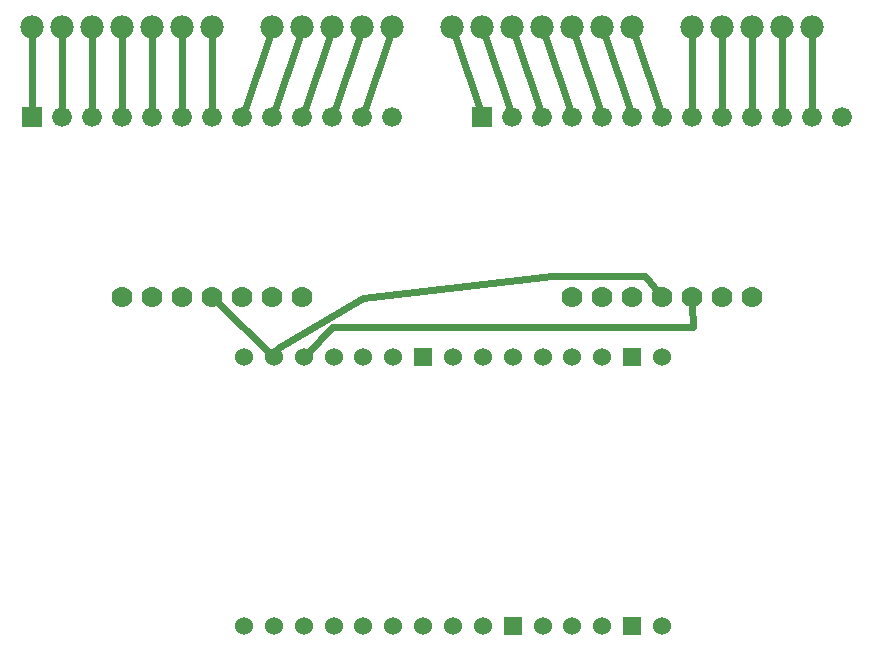
<source format=gtl>
G04 MADE WITH FRITZING*
G04 WWW.FRITZING.ORG*
G04 DOUBLE SIDED*
G04 HOLES PLATED*
G04 CONTOUR ON CENTER OF CONTOUR VECTOR*
%ASAXBY*%
%FSLAX23Y23*%
%MOIN*%
%OFA0B0*%
%SFA1.0B1.0*%
%ADD10C,0.060000*%
%ADD11C,0.078000*%
%ADD12C,0.066000*%
%ADD13C,0.070000*%
%ADD14R,0.060028X0.060014*%
%ADD15R,0.060028X0.060000*%
%ADD16R,0.066000X0.066000*%
%ADD17R,0.000140X0.000140*%
%ADD18C,0.024000*%
%LNCOPPER1*%
G90*
G70*
G54D10*
X2418Y129D03*
X2318Y129D03*
X2219Y129D03*
X2119Y129D03*
X2020Y129D03*
X1920Y129D03*
X1820Y129D03*
X1721Y129D03*
X1621Y129D03*
X1522Y129D03*
X1422Y129D03*
X1323Y129D03*
X1223Y129D03*
X1123Y129D03*
X1024Y129D03*
X1024Y1023D03*
X1123Y1023D03*
X1223Y1023D03*
X1323Y1023D03*
X1422Y1023D03*
X1522Y1023D03*
X1621Y1023D03*
X1721Y1023D03*
X1820Y1023D03*
X1920Y1023D03*
X2020Y1023D03*
X2119Y1023D03*
X2219Y1023D03*
X2318Y1023D03*
X2418Y1023D03*
G54D11*
X1519Y2123D03*
X1419Y2123D03*
X1319Y2123D03*
X1219Y2123D03*
X1119Y2123D03*
X919Y2123D03*
X819Y2123D03*
X719Y2123D03*
X619Y2123D03*
X519Y2123D03*
X419Y2123D03*
X319Y2123D03*
X2919Y2123D03*
X2819Y2123D03*
X2719Y2123D03*
X2619Y2123D03*
X2519Y2123D03*
X2319Y2123D03*
X2219Y2123D03*
X2119Y2123D03*
X2019Y2123D03*
X1919Y2123D03*
X1819Y2123D03*
X1719Y2123D03*
G54D12*
X319Y1823D03*
X419Y1823D03*
X519Y1823D03*
X619Y1823D03*
X719Y1823D03*
X819Y1823D03*
X919Y1823D03*
X1019Y1823D03*
X1119Y1823D03*
X1219Y1823D03*
X1319Y1823D03*
X1419Y1823D03*
X1519Y1823D03*
G54D13*
X1219Y1223D03*
X1119Y1223D03*
X1019Y1223D03*
X919Y1223D03*
X819Y1223D03*
X719Y1223D03*
X619Y1223D03*
G54D12*
X1819Y1823D03*
X1919Y1823D03*
X2019Y1823D03*
X2119Y1823D03*
X2219Y1823D03*
X2319Y1823D03*
X2419Y1823D03*
X2519Y1823D03*
X2619Y1823D03*
X2719Y1823D03*
X2819Y1823D03*
X2919Y1823D03*
X3019Y1823D03*
G54D13*
X2719Y1223D03*
X2619Y1223D03*
X2519Y1223D03*
X2419Y1223D03*
X2319Y1223D03*
X2219Y1223D03*
X2119Y1223D03*
G54D14*
X2318Y129D03*
X1920Y129D03*
G54D15*
X1621Y1023D03*
X2318Y1023D03*
G54D16*
X319Y1823D03*
G54D17*
X819Y1224D03*
G54D16*
X1819Y1823D03*
G54D17*
X2319Y1224D03*
G54D18*
X1720Y1124D02*
X2521Y1124D01*
D02*
X1318Y1123D02*
X1720Y1124D01*
D02*
X2521Y1124D02*
X2519Y1203D01*
D02*
X1233Y1033D02*
X1318Y1123D01*
D02*
X2819Y2104D02*
X2819Y1843D01*
D02*
X519Y2104D02*
X519Y1843D01*
D02*
X619Y2104D02*
X619Y1843D01*
D02*
X819Y2104D02*
X819Y1843D01*
D02*
X419Y2104D02*
X419Y1843D01*
D02*
X2519Y2104D02*
X2519Y1843D01*
D02*
X2919Y2104D02*
X2919Y1843D01*
D02*
X719Y2104D02*
X719Y1843D01*
D02*
X2719Y2104D02*
X2719Y1843D01*
D02*
X2619Y2104D02*
X2619Y1843D01*
D02*
X2325Y2105D02*
X2413Y1842D01*
D02*
X1725Y2105D02*
X1813Y1842D01*
D02*
X1113Y2105D02*
X1025Y1842D01*
D02*
X1825Y2105D02*
X1913Y1842D01*
D02*
X1313Y2105D02*
X1225Y1842D01*
D02*
X1413Y2105D02*
X1325Y1842D01*
D02*
X2025Y2105D02*
X2113Y1842D01*
D02*
X1213Y2105D02*
X1125Y1842D01*
D02*
X2125Y2105D02*
X2213Y1842D01*
D02*
X1925Y2105D02*
X2013Y1842D01*
D02*
X1513Y2105D02*
X1425Y1842D01*
D02*
X2225Y2105D02*
X2313Y1842D01*
D02*
X933Y1209D02*
X1113Y1033D01*
D02*
X2407Y1238D02*
X2362Y1295D01*
D02*
X2362Y1295D02*
X2050Y1295D01*
D02*
X1420Y1222D02*
X1138Y1055D01*
D02*
X2050Y1295D02*
X1420Y1222D01*
D02*
X1138Y1055D02*
X1129Y1036D01*
D02*
X919Y2104D02*
X919Y1843D01*
D02*
X319Y2104D02*
X319Y1843D01*
G04 End of Copper1*
M02*
</source>
